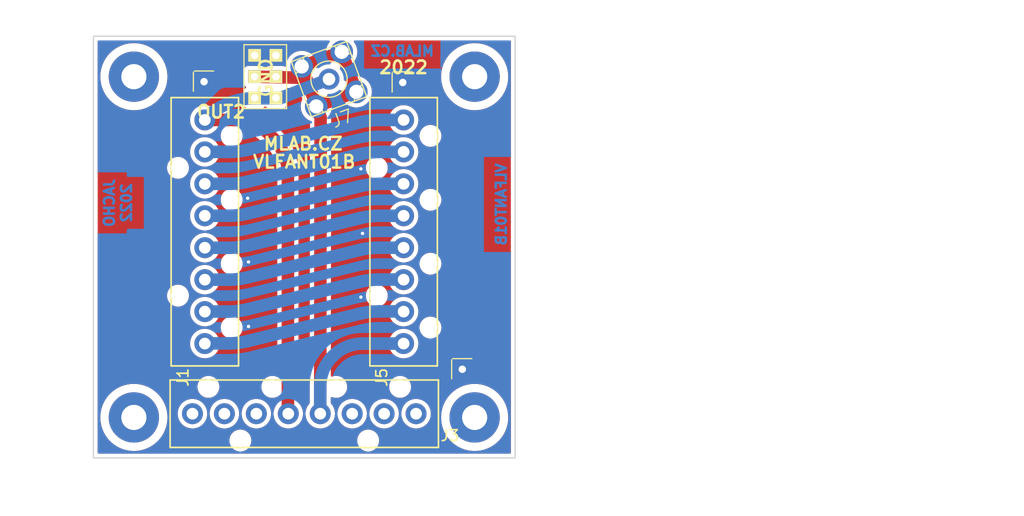
<source format=kicad_pcb>
(kicad_pcb (version 20211014) (generator pcbnew)
  (layers (0 "F.Cu" signal) (31 "B.Cu" signal) (34 "B.Paste" user) (35 "F.Paste" user) (36 "B.SilkS" user "B.Silkscreen") (37 "F.SilkS" user "F.Silkscreen") (38 "B.Mask" user) (39 "F.Mask" user) (44 "Edge.Cuts" user))
  (net 0 "")
  (net 1 "/OUT1")
  (net 2 "GND")
  (net 3 "/OUT2")
  (net 4 "Net-(J1-Pad2)")
  (net 5 "Net-(J1-Pad4)")
  (net 6 "Net-(J1-Pad6)")
  (net 7 "Net-(J1-Pad8)")
  (net 8 "Net-(J1-Pad3)")
  (net 9 "Net-(J1-Pad5)")
  (net 10 "Net-(J1-Pad7)")
  (footprint "Mlab_CON:SMA6251A13G50" (layer "F.Cu") (at 145.7 87.8 20)
    (fp_text reference "J7" (at -0.127 4.953 20) (layer "F.SilkS") (effects (font (size 1.5 1.5))))
    (fp_text value "SMA" hide)
    (fp_line (start 3.05 -3.05) (end 3.05 -2.03) (layer "F.SilkS") (width 0.15))
    (fp_line (start 2.03 2.03) (end 3.5 2.03) (layer "F.SilkS") (width 0.15))
    (fp_line (start -3.5 2.03) (end -2.03 2.03) (layer "F.SilkS") (width 0.15))
    (fp_line (start 3.05 3.05) (end 3.05 2.03) (layer "F.SilkS") (width 0.15))
    (fp_line (start -2.03 -3.5) (end -2.03 -2.03) (layer "F.SilkS") (width 0.15))
    (fp_line (start -3.5 3.5) (end 3.5 3.5) (layer "F.SilkS") (width 0.15))
    (fp_line (start 3.05 -3.05) (end 2.03 -3.05) (layer "F.SilkS") (width 0.15))
    (fp_line (start -3.05 3.05) (end -3.05 2.03) (layer "F.SilkS") (width 0.15))
    (fp_line (start -2.03 3.05) (end -3.05 3.05) (layer "F.SilkS") (width 0.15))
    (fp_line (start 2.03 -2.03) (end 3.5 -2.03) (layer "F.SilkS") (width 0.15))
    (fp_line (start -3.05 -3.05) (end -3.05 -2.03) (layer "F.SilkS") (width 0.15))
    (fp_line (start -2.03 -2.03) (end -3.5 -2.03) (layer "F.SilkS") (width 0.15))
    (fp_line (start 2.03 -3.5) (end 2.03 -2.03) (layer "F.SilkS") (width 0.15))
    (fp_line (start 2.03 3.5) (end 2.03 2.03) (layer "F.SilkS") (width 0.15))
    (fp_line (start -3.5 -3.5) (end -3.5 3.5) (layer "F.SilkS") (width 0.15))
    (fp_line (start 2.03 3.05) (end 3.05 3.05) (layer "F.SilkS") (width 0.15))
    (fp_line (start -2.03 2.03) (end -2.03 3.5) (layer "F.SilkS") (width 0.15))
    (fp_line (start -2.03 -3.05) (end -3.05 -3.05) (layer "F.SilkS") (width 0.15))
    (fp_line (start 3.5 -3.5) (end -3.5 -3.5) (layer "F.SilkS") (width 0.15))
    (fp_line (start 3.5 3.5) (end 3.5 -3.5) (layer "F.SilkS") (width 0.15))
    (fp_circle (center 0 0) (end -0.11 -2.16) (layer "F.SilkS") (width 0.15) (fill none))
    (pad "1" thru_hole circle locked (at 0 0 200) (size 2.5 2.5) (drill 1.5) (layers *.Cu *.Mask) (net 1 "/OUT1"))
    (pad "2" thru_hole circle locked (at 2.54 2.54 200) (size 2.7 2.7) (drill 1.7) (layers *.Cu *.Mask) (net 3 "/OUT2"))
    (pad "2" thru_hole circle locked (at -2.54 -2.54 200) (size 2.7 2.7) (drill 1.7) (layers *.Cu *.Mask) (net 3 "/OUT2"))
    (pad "2" thru_hole circle locked (at -2.54 2.54 200) (size 2.7 2.7) (drill 1.7) (layers *.Cu *.Mask) (net 3 "/OUT2"))
    (pad "2" thru_hole circle locked (at 2.54 -2.54 200) (size 2.7 2.7) (drill 1.7) (layers *.Cu *.Mask) (net 3 "/OUT2"))
  )
  (footprint "Mlab_Pin_Headers:Straight_2x03" (layer "F.Cu") (at 138.1 87.5 180)
    (fp_text reference "J8" hide)
    (fp_text value "JUMP_3X2" hide)
    (fp_line (start -2.54 3.81) (end -2.54 -3.81) (layer "F.SilkS") (width 0.15))
    (fp_line (start -2.54 -3.81) (end 2.54 -3.81) (layer "F.SilkS") (width 0.15))
    (fp_line (start 2.54 3.81) (end -2.54 3.81) (layer "F.SilkS") (width 0.15))
    (fp_line (start 2.54 -3.81) (end 2.54 3.81) (layer "F.SilkS") (width 0.15))
    (pad "1" thru_hole rect locked (at -1.27 -2.54 180) (size 1.524 1.524) (drill 0.889) (layers *.Cu *.Mask "F.SilkS") (net 1 "/OUT1"))
    (pad "2" thru_hole rect locked (at 1.27 -2.54 180) (size 1.524 1.524) (drill 0.889) (layers *.Cu *.Mask "F.SilkS") (net 1 "/OUT1"))
    (pad "3" thru_hole rect locked (at -1.27 0 180) (size 1.524 1.524) (drill 0.889) (layers *.Cu *.Mask "F.SilkS") (net 3 "/OUT2"))
    (pad "4" thru_hole rect locked (at 1.27 0 180) (size 1.524 1.524) (drill 0.889) (layers *.Cu *.Mask "F.SilkS") (net 3 "/OUT2"))
    (pad "5" thru_hole rect locked (at -1.27 2.54 180) (size 1.524 1.524) (drill 0.889) (layers *.Cu *.Mask "F.SilkS") (net 2 "GND"))
    (pad "6" thru_hole rect locked (at 1.27 2.54 180) (size 1.524 1.524) (drill 0.889) (layers *.Cu *.Mask "F.SilkS") (net 2 "GND"))
  )
  (footprint "Mlab_Mechanical:MountingHole_3mm" (layer "F.Cu") (at 163.071 87.505)
    (fp_text reference "M1" hide)
    (fp_text value "HOLE" hide)
    (pad "1" thru_hole circle locked (at 0 0) (size 6 6) (drill 3) (layers *.Cu *.Adhes *.Mask) (clearance 1))
  )
  (footprint "Mlab_Mechanical:MountingHole_3mm" (layer "F.Cu") (at 163.071 128.145)
    (fp_text reference "M2" hide)
    (fp_text value "HOLE" hide)
    (pad "1" thru_hole circle locked (at 0 0) (size 6 6) (drill 3) (layers *.Cu *.Adhes *.Mask) (clearance 1))
  )
  (footprint "Mlab_Mechanical:MountingHole_3mm" (layer "F.Cu") (at 122.431 87.505)
    (fp_text reference "M3" hide)
    (fp_text value "HOLE" hide)
    (pad "1" thru_hole circle locked (at 0 0) (size 6 6) (drill 3) (layers *.Cu *.Adhes *.Mask) (clearance 1))
  )
  (footprint "Mlab_Mechanical:MountingHole_3mm" (layer "F.Cu") (at 122.431 128.145)
    (fp_text reference "M4" hide)
    (fp_text value "HOLE" hide)
    (pad "1" thru_hole circle locked (at 0 0) (size 6 6) (drill 3) (layers *.Cu *.Adhes *.Mask) (clearance 1))
  )
  (footprint "Mlab_Pin_Headers:Straight_1x01" (layer "F.Cu") (at 161.6 122.4)
    (fp_text reference "J6" hide)
    (fp_text value "JUMP_2x1" hide)
    (fp_line (start -1.27 1.143) (end -1.27 -1.143) (layer "F.SilkS") (width 0.15))
    (fp_line (start -1.143 -1.27) (end 1.143 -1.27) (layer "F.SilkS") (width 0.15))
    (pad "1" thru_hole rect (at 0 0) (size 1.524 1.524) (drill 0.889) (layers *.Cu *.Mask) (net 2 "GND"))
  )
  (footprint "Mlab_Pin_Headers:Straight_1x01" (layer "F.Cu") (at 154.5 88.2)
    (fp_text reference "J4" hide)
    (fp_text value "JUMP_2x1" hide)
    (fp_line (start -1.27 1.143) (end -1.27 -1.143) (layer "F.SilkS") (width 0.15))
    (fp_line (start -1.143 -1.27) (end 1.143 -1.27) (layer "F.SilkS") (width 0.15))
    (pad "1" thru_hole rect (at 0 0) (size 1.524 1.524) (drill 0.889) (layers *.Cu *.Mask) (net 2 "GND"))
  )
  (footprint "Mlab_CON:IDC381-8-110" (layer "F.Cu") (at 154.6 106 -90)
    (fp_text reference "J5" (at 17.369639 2.612193 90) (layer "F.SilkS") (effects (font (size 1.3 1.3) (thickness 0.2))))
    (fp_text value "IDC381-8-110" hide)
    (fp_line (start 16 -4.02) (end 16 4.02) (layer "F.SilkS") (width 0.2))
    (fp_line (start 16 4.02) (end -16 4.02) (layer "F.SilkS") (width 0.2))
    (fp_line (start -16 -4.02) (end 16 -4.02) (layer "F.SilkS") (width 0.2))
    (fp_line (start -16 -4.02) (end -16 4.02) (layer "F.SilkS") (width 0.2))
    (pad "" np_thru_hole circle (at 3.81 -3.2 270) (size 1.6 1.6) (drill 1.6) (layers *.Cu *.Mask))
    (pad "" np_thru_hole circle (at 11.43 -3.2 270) (size 1.6 1.6) (drill 1.6) (layers *.Cu *.Mask))
    (pad "" np_thru_hole circle (at -11.43 -3.2 270) (size 1.6 1.6) (drill 1.6) (layers *.Cu *.Mask))
    (pad "" np_thru_hole circle (at 7.62 3.2 270) (size 1.6 1.6) (drill 1.6) (layers *.Cu *.Mask))
    (pad "" np_thru_hole circle (at -7.62 3.2 270) (size 1.6 1.6) (drill 1.6) (layers *.Cu *.Mask))
    (pad "" np_thru_hole circle (at -3.81 -3.2 270) (size 1.6 1.6) (drill 1.6) (layers *.Cu *.Mask))
    (pad "1" thru_hole circle (at -13.335 0 270) (size 2.5 2.5) (drill 1.4) (layers *.Cu *.Mask) (net 4 "Net-(J1-Pad2)"))
    (pad "2" thru_hole circle (at -9.525 0 270) (size 2.5 2.5) (drill 1.4) (layers *.Cu *.Mask) (net 8 "Net-(J1-Pad3)"))
    (pad "3" thru_hole circle (at -5.715 0 270) (size 2.5 2.5) (drill 1.4) (layers *.Cu *.Mask) (net 5 "Net-(J1-Pad4)"))
    (pad "4" thru_hole circle (at -1.904999 0 270) (size 2.5 2.5) (drill 1.4) (layers *.Cu *.Mask) (net 9 "Net-(J1-Pad5)"))
    (pad "5" thru_hole circle (at 1.904999 0 270) (size 2.5 2.5) (drill 1.4) (layers *.Cu *.Mask) (net 6 "Net-(J1-Pad6)"))
    (pad "6" thru_hole circle (at 5.715 0 270) (size 2.5 2.5) (drill 1.4) (layers *.Cu *.Mask) (net 10 "Net-(J1-Pad7)"))
    (pad "7" thru_hole circle (at 9.525 0 270) (size 2.5 2.5) (drill 1.4) (layers *.Cu *.Mask) (net 7 "Net-(J1-Pad8)"))
    (pad "8" thru_hole circle (at 13.335 0 270) (size 2.5 2.5) (drill 1.4) (layers *.Cu *.Mask) (net 3 "/OUT2"))
  )
  (footprint "Mlab_Pin_Headers:Straight_1x01" (layer "F.Cu") (at 130.8 88.1)
    (fp_text reference "J2" hide)
    (fp_text value "JUMP_2x1" hide)
    (fp_line (start -1.27 1.143) (end -1.27 -1.143) (layer "F.SilkS") (width 0.15))
    (fp_line (start -1.143 -1.27) (end 1.143 -1.27) (layer "F.SilkS") (width 0.15))
    (pad "1" thru_hole rect (at 0 0) (size 1.524 1.524) (drill 0.889) (layers *.Cu *.Mask) (net 2 "GND"))
  )
  (footprint "Mlab_CON:IDC381-8-110" (layer "F.Cu") (at 130.892 106 -90)
    (fp_text reference "J1" (at 17.369639 2.612193 90) (layer "F.SilkS") (effects (font (size 1.3 1.3) (thickness 0.2))))
    (fp_text value "IDC381-8-110" hide)
    (fp_line (start 16 -4.02) (end 16 4.02) (layer "F.SilkS") (width 0.2))
    (fp_line (start 16 4.02) (end -16 4.02) (layer "F.SilkS") (width 0.2))
    (fp_line (start -16 -4.02) (end -16 4.02) (layer "F.SilkS") (width 0.2))
    (fp_line (start -16 -4.02) (end 16 -4.02) (layer "F.SilkS") (width 0.2))
    (pad "" np_thru_hole circle (at 7.62 3.2 270) (size 1.6 1.6) (drill 1.6) (layers *.Cu *.Mask))
    (pad "" np_thru_hole circle (at 3.81 -3.2 270) (size 1.6 1.6) (drill 1.6) (layers *.Cu *.Mask))
    (pad "" np_thru_hole circle (at -11.43 -3.2 270) (size 1.6 1.6) (drill 1.6) (layers *.Cu *.Mask))
    (pad "" np_thru_hole circle (at -7.62 3.2 270) (size 1.6 1.6) (drill 1.6) (layers *.Cu *.Mask))
    (pad "" np_thru_hole circle (at 11.43 -3.2 270) (size 1.6 1.6) (drill 1.6) (layers *.Cu *.Mask))
    (pad "" np_thru_hole circle (at -3.81 -3.2 270) (size 1.6 1.6) (drill 1.6) (layers *.Cu *.Mask))
    (pad "1" thru_hole circle (at -13.335 0 270) (size 2.5 2.5) (drill 1.4) (layers *.Cu *.Mask) (net 1 "/OUT1"))
    (pad "2" thru_hole circle (at -9.525 0 270) (size 2.5 2.5) (drill 1.4) (layers *.Cu *.Mask) (net 4 "Net-(J1-Pad2)"))
    (pad "3" thru_hole circle (at -5.715 0 270) (size 2.5 2.5) (drill 1.4) (layers *.Cu *.Mask) (net 8 "Net-(J1-Pad3)"))
    (pad "4" thru_hole circle (at -1.904999 0 270) (size 2.5 2.5) (drill 1.4) (layers *.Cu *.Mask) (net 5 "Net-(J1-Pad4)"))
    (pad "5" thru_hole circle (at 1.904999 0 270) (size 2.5 2.5) (drill 1.4) (layers *.Cu *.Mask) (net 9 "Net-(J1-Pad5)"))
    (pad "6" thru_hole circle (at 5.715 0 270) (size 2.5 2.5) (drill 1.4) (layers *.Cu *.Mask) (net 6 "Net-(J1-Pad6)"))
    (pad "7" thru_hole circle (at 9.525 0 270) (size 2.5 2.5) (drill 1.4) (layers *.Cu *.Mask) (net 10 "Net-(J1-Pad7)"))
    (pad "8" thru_hole circle (at 13.335 0 270) (size 2.5 2.5) (drill 1.4) (layers *.Cu *.Mask) (net 7 "Net-(J1-Pad8)"))
  )
  (footprint "Mlab_CON:IDC381-8-110" (layer "F.Cu") (at 142.751 127.7)
    (fp_text reference "J3" (at 17.369639 2.612193) (layer "F.SilkS") (effects (font (size 1.3 1.3) (thickness 0.2))))
    (fp_text value "IDC381-8-110" hide)
    (fp_line (start 16 -4.02) (end 16 4.02) (layer "F.SilkS") (width 0.2))
    (fp_line (start 16 4.02) (end -16 4.02) (layer "F.SilkS") (width 0.2))
    (fp_line (start -16 -4.02) (end 16 -4.02) (layer "F.SilkS") (width 0.2))
    (fp_line (start -16 -4.02) (end -16 4.02) (layer "F.SilkS") (width 0.2))
    (pad "" np_thru_hole circle (at -11.43 -3.2) (size 1.6 1.6) (drill 1.6) (layers *.Cu *.Mask))
    (pad "" np_thru_hole circle (at 11.43 -3.2) (size 1.6 1.6) (drill 1.6) (layers *.Cu *.Mask))
    (pad "" np_thru_hole circle (at 3.81 -3.2) (size 1.6 1.6) (drill 1.6) (layers *.Cu *.Mask))
    (pad "" np_thru_hole circle (at -7.62 3.2) (size 1.6 1.6) (drill 1.6) (layers *.Cu *.Mask))
    (pad "" np_thru_hole circle (at 7.62 3.2) (size 1.6 1.6) (drill 1.6) (layers *.Cu *.Mask))
    (pad "" np_thru_hole circle (at -3.81 -3.2) (size 1.6 1.6) (drill 1.6) (layers *.Cu *.Mask))
    (pad "1" thru_hole circle (at -13.335 0) (size 2.5 2.5) (drill 1.4) (layers *.Cu *.Mask))
    (pad "2" thru_hole circle (at -9.525 0) (size 2.5 2.5) (drill 1.4) (layers *.Cu *.Mask))
    (pad "3" thru_hole circle (at -5.715 0) (size 2.5 2.5) (drill 1.4) (layers *.Cu *.Mask))
    (pad "4" thru_hole circle (at -1.904999 0) (size 2.5 2.5) (drill 1.4) (layers *.Cu *.Mask) (net 1 "/OUT1"))
    (pad "5" thru_hole circle (at 1.904999 0) (size 2.5 2.5) (drill 1.4) (layers *.Cu *.Mask) (net 3 "/OUT2"))
    (pad "6" thru_hole circle (at 5.715 0) (size 2.5 2.5) (drill 1.4) (layers *.Cu *.Mask))
    (pad "7" thru_hole circle (at 9.525 0) (size 2.5 2.5) (drill 1.4) (layers *.Cu *.Mask))
    (pad "8" thru_hole circle (at 13.335 0) (size 2.5 2.5) (drill 1.4) (layers *.Cu *.Mask))
  )
  (gr_line (start 117.605 82.679) (end 167.897 82.679) (layer "Edge.Cuts") (width 0.15))
  (gr_line (start 167.897 132.971) (end 117.605 132.971) (layer "Edge.Cuts") (width 0.15))
  (gr_line (start 117.605 132.971) (end 117.605 82.679) (layer "Edge.Cuts") (width 0.15))
  (gr_line (start 167.897 82.679) (end 167.897 132.971) (layer "Edge.Cuts") (width 0.15))
  (gr_text "2022\n" (at 121.542 102.5545 90) (layer "B.Cu") (effects (font (size 1.2 1.2) (thickness 0.3)) (justify mirror)))
  (gr_text "JACHO" (at 119.51 102.5545 90) (layer "B.Cu") (effects (font (size 1.2 1.2) (thickness 0.3)) (justify mirror)))
  (gr_text "VLFANT01B" (at 166.246 102.745 90) (layer "B.Cu") (effects (font (size 1.2 1.2) (thickness 0.3)) (justify mirror)))
  (gr_text "MLAB.CZ" (at 154.435 84.457) (layer "B.Cu") (effects (font (size 1.2 1.2) (thickness 0.3)) (justify mirror)))
  (gr_text "OUT2" (at 132.845 91.696) (layer "F.SilkS") (effects (font (size 1.5 1.5) (thickness 0.3))))
  (gr_text "VLFANT01B" (at 142.751 97.665) (layer "F.SilkS") (effects (font (size 1.5 1.5) (thickness 0.3))))
  (gr_text "2022" (at 154.6 86.4) (layer "F.SilkS") (effects (font (size 1.5 1.5) (thickness 0.3))))
  (gr_text "GND" (at 138.179 87.632 90) (layer "F.SilkS") (effects (font (size 1.5 1.5) (thickness 0.3))))
  (gr_text "MLAB.CZ" (at 142.624 95.506) (layer "F.SilkS") (effects (font (size 1.5 1.5) (thickness 0.3))))
  (segment (start 140.8 127.653999) (end 140.846001 127.7) (width 1.5) (layer "F.Cu") (net 1))
  (segment (start 130.892 92.665) (end 134.378341 92.664494) (width 1.5) (layer "F.Cu") (net 1))
  (segment (start 138.621853 94.421853) (end 139.042641 94.842641) (width 1.5) (layer "F.Cu") (net 1))
  (segment (start 140.8 99.085281) (end 140.8 127.653999) (width 1.5) (layer "F.Cu") (net 1))
  (arc (start 139.042641 94.842641) (mid 140.343277 96.789181) (end 140.8 99.085281) (width 1.5) (layer "F.Cu") (net 1))
  (arc (start 138.621853 94.421853) (mid 136.67491 93.12105) (end 134.378341 92.664494) (width 1.5) (layer "F.Cu") (net 1))
  (segment (start 139.33 90.08) (end 139.37 90.04) (width 1.5) (layer "B.Cu") (net 1))
  (segment (start 130.892 92.665) (end 130.892 92.608) (width 1.5) (layer "B.Cu") (net 1))
  (segment (start 130.892 92.608) (end 131.076854 92.423146) (width 1.5) (layer "B.Cu") (net 1))
  (segment (start 136.733708 90.08) (end 139.33 90.08) (width 1.5) (layer "B.Cu") (net 1))
  (segment (start 145.7 87.8) (end 139.87 90.08) (width 1.5) (layer "B.Cu") (net 1))
  (arc (start 131.076854 92.423146) (mid 133.672241 90.688964) (end 136.733708 90.08) (width 1.5) (layer "B.Cu") (net 1))
  (segment (start 136.83 84.96) (end 139.37 84.96) (width 0.2) (layer "F.Cu") (net 2))
  (via (at 149.7 106.2) (size 0.8) (drill 0.4) (layers "F.Cu" "B.Cu") (net 2))
  (via (at 136 102) (size 0.8) (drill 0.4) (layers "F.Cu" "B.Cu") (net 2))
  (via (at 149.5 98.5) (size 0.8) (drill 0.4) (layers "F.Cu" "B.Cu") (net 2))
  (via (at 136.1 109.6) (size 0.8) (drill 0.4) (layers "F.Cu" "B.Cu") (net 2))
  (via (at 149.5 113.8) (size 0.8) (drill 0.4) (layers "F.Cu" "B.Cu") (net 2))
  (via (at 136.1 117.3) (size 0.8) (drill 0.4) (layers "F.Cu" "B.Cu") (net 2))
  (segment (start 142.44445 86.281912) (end 147.218088 84.54445) (width 1.5) (layer "F.Cu") (net 3))
  (segment (start 142.949139 87.650861) (end 142.44445 86.281912) (width 1.5) (layer "F.Cu") (net 3))
  (segment (start 142.949139 87.650861) (end 136.83 87.5) (width 1.5) (layer "F.Cu") (net 3))
  (segment (start 148.95555 89.318088) (end 144.181912 91.05555) (width 1.5) (layer "F.Cu") (net 3))
  (segment (start 147.218088 84.54445) (end 148.95555 89.318088) (width 1.5) (layer "F.Cu") (net 3))
  (segment (start 144.655999 127.7) (end 144.7 92.4) (width 1.5) (layer "F.Cu") (net 3))
  (segment (start 144.7 92.4) (end 142.949139 87.650861) (width 1.5) (layer "F.Cu") (net 3))
  (segment (start 144.655999 127.7) (end 144.655999 124.415069) (width 1.5) (layer "B.Cu") (net 3))
  (segment (start 146.120465 120.879535) (end 146.200534 120.799466) (width 1.5) (layer "B.Cu") (net 3))
  (segment (start 149.736068 119.335) (end 154.6 119.335) (width 1.5) (layer "B.Cu") (net 3))
  (arc (start 149.736068 119.335) (mid 147.822651 119.715602) (end 146.200534 120.799466) (width 1.5) (layer "B.Cu") (net 3))
  (arc (start 144.655999 124.415069) (mid 145.036601 122.501652) (end 146.120465 120.879535) (width 1.5) (layer "B.Cu") (net 3))
  (segment (start 154.6 92.665) (end 151.752407 92.664132) (width 1.5) (layer "B.Cu") (net 4))
  (segment (start 133.716608 96.4759) (end 130.892 96.475) (width 1.5) (layer "B.Cu") (net 4))
  (segment (start 149.37938 92.94903) (end 136.089772 96.191002) (width 1.5) (layer "B.Cu") (net 4))
  (arc (start 149.37938 92.94903) (mid 150.557351 92.73543) (end 151.752407 92.664132) (width 1.5) (layer "B.Cu") (net 4))
  (arc (start 136.089772 96.191002) (mid 134.911733 96.40461) (end 133.716608 96.4759) (width 1.5) (layer "B.Cu") (net 4))
  (segment (start 151.773284 100.283633) (end 154.6 100.285) (width 1.5) (layer "B.Cu") (net 5))
  (segment (start 136.076108 103.811582) (end 149.403223 100.567371) (width 1.5) (layer "B.Cu") (net 5))
  (segment (start 130.892 104.095001) (end 133.709748 104.095321) (width 1.5) (layer "B.Cu") (net 5))
  (arc (start 149.403223 100.567371) (mid 150.579757 100.354532) (end 151.773284 100.283633) (width 1.5) (layer "B.Cu") (net 5))
  (arc (start 133.709748 104.095321) (mid 134.901411 104.024201) (end 136.076108 103.811582) (width 1.5) (layer "B.Cu") (net 5))
  (segment (start 136.041622 111.431066) (end 149.329116 108.185578) (width 1.5) (layer "B.Cu") (net 6))
  (segment (start 151.7 107.9) (end 154.551499 107.899465) (width 1.5) (layer "B.Cu") (net 6))
  (segment (start 130.843499 111.709463) (end 133.64333 111.716611) (width 1.5) (layer "B.Cu") (net 6))
  (arc (start 151.7 107.9) (mid 150.506003 107.971763) (end 149.329116 108.185578) (width 1.5) (layer "B.Cu") (net 6))
  (arc (start 133.64333 111.716611) (mid 134.851128 111.64651) (end 136.041622 111.431066) (width 1.5) (layer "B.Cu") (net 6))
  (segment (start 151.7 115.5) (end 154.551499 115.499465) (width 1.5) (layer "B.Cu") (net 7))
  (segment (start 136.041622 119.031066) (end 149.329116 115.785578) (width 1.5) (layer "B.Cu") (net 7))
  (segment (start 130.843499 119.309463) (end 133.64333 119.316611) (width 1.5) (layer "B.Cu") (net 7))
  (arc (start 133.64333 119.316611) (mid 134.851128 119.24651) (end 136.041622 119.031066) (width 1.5) (layer "B.Cu") (net 7))
  (arc (start 151.7 115.5) (mid 150.506003 115.571763) (end 149.329116 115.785578) (width 1.5) (layer "B.Cu") (net 7))
  (segment (start 149.417115 96.758353) (end 136.09847 99.999971) (width 1.5) (layer "B.Cu") (net 8))
  (segment (start 133.73846 100.28362) (end 130.892 100.285) (width 1.5) (layer "B.Cu") (net 8))
  (segment (start 154.6 96.475) (end 151.783025 96.474703) (width 1.5) (layer "B.Cu") (net 8))
  (arc (start 136.09847 99.999971) (mid 134.926923 100.212167) (end 133.73846 100.28362) (width 1.5) (layer "B.Cu") (net 8))
  (arc (start 149.417115 96.758353) (mid 150.591591 96.545806) (end 151.783025 96.474703) (width 1.5) (layer "B.Cu") (net 8))
  (segment (start 130.892 107.904999) (end 133.691831 107.912147) (width 1.5) (layer "B.Cu") (net 9))
  (segment (start 136.090123 107.626602) (end 149.377617 104.381114) (width 1.5) (layer "B.Cu") (net 9))
  (segment (start 151.748501 104.095536) (end 154.6 104.095001) (width 1.5) (layer "B.Cu") (net 9))
  (arc (start 151.748501 104.095536) (mid 150.554504 104.167299) (end 149.377617 104.381114) (width 1.5) (layer "B.Cu") (net 9))
  (arc (start 133.691831 107.912147) (mid 134.899629 107.842046) (end 136.090123 107.626602) (width 1.5) (layer "B.Cu") (net 9))
  (segment (start 151.7 111.7) (end 154.551499 111.699465) (width 1.5) (layer "B.Cu") (net 10))
  (segment (start 136.041622 115.231066) (end 149.329116 111.985578) (width 1.5) (layer "B.Cu") (net 10))
  (segment (start 130.843499 115.509463) (end 133.64333 115.516611) (width 1.5) (layer "B.Cu") (net 10))
  (arc (start 151.7 111.7) (mid 150.506003 111.771763) (end 149.329116 111.985578) (width 1.5) (layer "B.Cu") (net 10))
  (arc (start 133.64333 115.516611) (mid 134.851128 115.44651) (end 136.041622 115.231066) (width 1.5) (layer "B.Cu") (net 10))
  (zone (net 2) (net_name "GND") (layers F&B.Cu) (connect_pads yes (clearance 0.508)) (min_thickness 0.254) (fill yes (thermal_gap 0.508) (thermal_bridge_width 0.508))
    (polygon (pts (xy 228.603 79.377) (xy 223.812071 134.822527) (xy 106.464071 139.902527) (xy 109.220464 78.406644)))
  )
)
</source>
